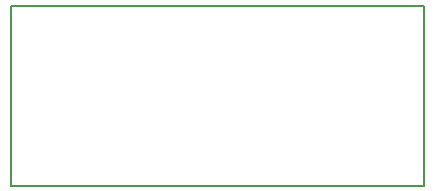
<source format=gm1>
G04 #@! TF.FileFunction,Profile,NP*
%FSLAX46Y46*%
G04 Gerber Fmt 4.6, Leading zero omitted, Abs format (unit mm)*
G04 Created by KiCad (PCBNEW 4.0.7) date 04/14/18 18:56:33*
%MOMM*%
%LPD*%
G01*
G04 APERTURE LIST*
%ADD10C,0.100000*%
%ADD11C,0.150000*%
G04 APERTURE END LIST*
D10*
D11*
X93345000Y-52705000D02*
X93408500Y-52705000D01*
X93345000Y-67945000D02*
X93345000Y-52705000D01*
X93345000Y-67945000D02*
X93345000Y-67881500D01*
X128270000Y-67945000D02*
X93345000Y-67945000D01*
X128270000Y-67945000D02*
X128270000Y-52705000D01*
X128270000Y-52705000D02*
X128270000Y-52768500D01*
X93345000Y-52705000D02*
X128270000Y-52705000D01*
M02*

</source>
